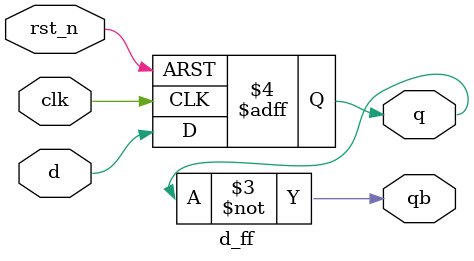
<source format=v>
module d_ff(output reg q,output qb,input d,clk,rst_n);

always@(posedge clk,negedge rst_n)
begin
	if(!rst_n)
		q<=0;
	else
		q<=d;
end
assign qb=~q;
endmodule

</source>
